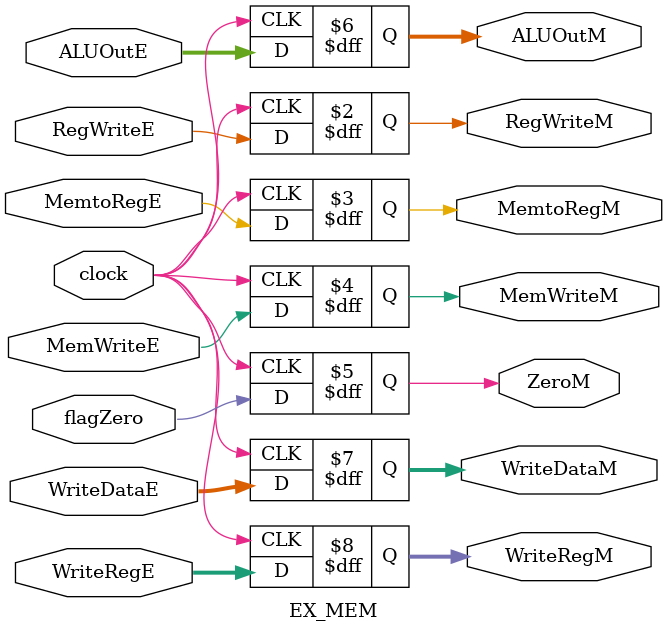
<source format=v>
module EX_MEM(
    input wire clock,

    input wire RegWriteE,
    input wire MemtoRegE,
    input wire MemWriteE,
    input wire flagZero,
    input wire [31:0] ALUOutE,
    input wire [31:0] WriteDataE,
    input wire [4:0] WriteRegE,

    output reg RegWriteM,
    output reg MemtoRegM,
    output reg MemWriteM,
    output reg ZeroM,
    output reg [31:0] ALUOutM,
    output reg [31:0] WriteDataM,
    output reg [4:0] WriteRegM
);

    always @ (posedge clock)
        begin
            RegWriteM <= RegWriteE;
            MemtoRegM <= MemtoRegE;
            MemWriteM <= MemWriteE;
            ZeroM <= flagZero;
            ALUOutM <= ALUOutE;
            WriteDataM <= WriteDataE;
            WriteRegM <= WriteRegE;
        end

endmodule
</source>
